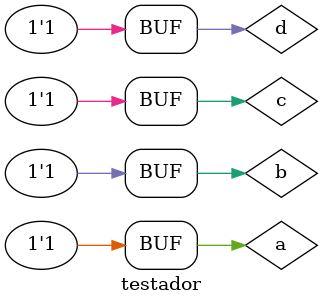
<source format=v>

/**
* AND
*/
module pand ( output s, input p, input q );
//cria vinculo
assign s = (p & q);
//terminar
endmodule

/**
* Testar porta
*/
module testador;
//criar entradas
reg a;
reg b;
reg c;
reg d;
//criar FIO
wire s1, s2, s3;
//instancia
pand AND1 ( s1, a, b );
pand AND2 ( s2, c, d );
pand AND3 ( s3, s1, s2);
//atribuir valor inicial
initial begin
a = 0;
b = 0;
c = 0;
d = 0;
//terminar initial
end

/**
* Main - parte principal
*/
initial begin
//identificaçao
$display ( "Exercicio 009");
$display ( "Autor: Rodolfo Herman");
$display ( "Testar porta AND");
$display ( "(s1 & s2) = s \n");
$monitor ( "( %b & %b ) = %b", s1, s2, s3 );
#1 a = 0; b = 1;
#1 a = 1; b = 1;
#1 a = 0; b = 0; c = 1; d = 1;
#1 a = 1; b = 1; c = 1; d = 1;
//terminar initial
end
//terminar
endmodule
</source>
